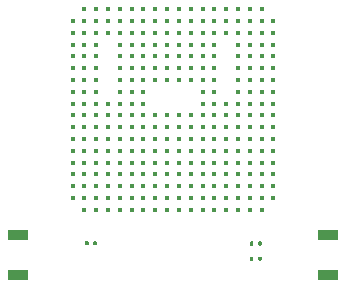
<source format=gbr>
G04 #@! TF.GenerationSoftware,KiCad,Pcbnew,5.1.7-a382d34a8~87~ubuntu18.04.1*
G04 #@! TF.CreationDate,2020-10-22T16:40:06+03:00*
G04 #@! TF.ProjectId,FreeSmart157AAC_29mm_module,46726565-536d-4617-9274-313537414143,rev?*
G04 #@! TF.SameCoordinates,Original*
G04 #@! TF.FileFunction,Paste,Top*
G04 #@! TF.FilePolarity,Positive*
%FSLAX46Y46*%
G04 Gerber Fmt 4.6, Leading zero omitted, Abs format (unit mm)*
G04 Created by KiCad (PCBNEW 5.1.7-a382d34a8~87~ubuntu18.04.1) date 2020-10-22 16:40:06*
%MOMM*%
%LPD*%
G01*
G04 APERTURE LIST*
%ADD10R,1.700000X0.900000*%
%ADD11C,0.400000*%
G04 APERTURE END LIST*
D10*
X13100000Y-10600000D03*
X13100000Y-14000000D03*
X-13100000Y-10600000D03*
X-13100000Y-14000000D03*
D11*
X-7500000Y-8500000D03*
X-6500000Y-8500000D03*
X-5500000Y-8500000D03*
X-4500000Y-8500000D03*
X-3500000Y-8500000D03*
X-2500000Y-8500000D03*
X-1500000Y-8500000D03*
X-500000Y-8500000D03*
X500000Y-8500000D03*
X1500000Y-8500000D03*
X2500000Y-8500000D03*
X3500000Y-8500000D03*
X4500000Y-8500000D03*
X5500000Y-8500000D03*
X6500000Y-8500000D03*
X7500000Y-8500000D03*
X-8500000Y-7500000D03*
X-7500000Y-7500000D03*
X-6500000Y-7500000D03*
X-5500000Y-7500000D03*
X-4500000Y-7500000D03*
X-3500000Y-7500000D03*
X-2500000Y-7500000D03*
X-1500000Y-7500000D03*
X-500000Y-7500000D03*
X500000Y-7500000D03*
X1500000Y-7500000D03*
X2500000Y-7500000D03*
X3500000Y-7500000D03*
X4500000Y-7500000D03*
X5500000Y-7500000D03*
X6500000Y-7500000D03*
X7500000Y-7500000D03*
X8500000Y-7500000D03*
X-8500000Y-6500000D03*
X-7500000Y-6500000D03*
X-6500000Y-6500000D03*
X-5500000Y-6500000D03*
X-4500000Y-6500000D03*
X-3500000Y-6500000D03*
X-2500000Y-6500000D03*
X-1500000Y-6500000D03*
X-500000Y-6500000D03*
X500000Y-6500000D03*
X1500000Y-6500000D03*
X2500000Y-6500000D03*
X3500000Y-6500000D03*
X4500000Y-6500000D03*
X5500000Y-6500000D03*
X6500000Y-6500000D03*
X7500000Y-6500000D03*
X8500000Y-6500000D03*
X-8500000Y-5500000D03*
X-7500000Y-5500000D03*
X-6500000Y-5500000D03*
X-5500000Y-5500000D03*
X-4500000Y-5500000D03*
X-3500000Y-5500000D03*
X-2500000Y-5500000D03*
X-1500000Y-5500000D03*
X-500000Y-5500000D03*
X500000Y-5500000D03*
X1500000Y-5500000D03*
X2500000Y-5500000D03*
X3500000Y-5500000D03*
X4500000Y-5500000D03*
X5500000Y-5500000D03*
X6500000Y-5500000D03*
X7500000Y-5500000D03*
X8500000Y-5500000D03*
X-8500000Y-4500000D03*
X-7500000Y-4500000D03*
X-6500000Y-4500000D03*
X-5500000Y-4500000D03*
X-4500000Y-4500000D03*
X-3500000Y-4500000D03*
X-2500000Y-4500000D03*
X-1500000Y-4500000D03*
X-500000Y-4500000D03*
X500000Y-4500000D03*
X1500000Y-4500000D03*
X2500000Y-4500000D03*
X3500000Y-4500000D03*
X4500000Y-4500000D03*
X5500000Y-4500000D03*
X6500000Y-4500000D03*
X7500000Y-4500000D03*
X8500000Y-4500000D03*
X-8500000Y-3500000D03*
X-7500000Y-3500000D03*
X-6500000Y-3500000D03*
X-5500000Y-3500000D03*
X-4500000Y-3500000D03*
X-3500000Y-3500000D03*
X-2500000Y-3500000D03*
X-1500000Y-3500000D03*
X-500000Y-3500000D03*
X500000Y-3500000D03*
X1500000Y-3500000D03*
X2500000Y-3500000D03*
X3500000Y-3500000D03*
X4500000Y-3500000D03*
X5500000Y-3500000D03*
X6500000Y-3500000D03*
X7500000Y-3500000D03*
X8500000Y-3500000D03*
X-8500000Y-2500000D03*
X-7500000Y-2500000D03*
X-6500000Y-2500000D03*
X-5500000Y-2500000D03*
X-4500000Y-2500000D03*
X-3500000Y-2500000D03*
X-2500000Y-2500000D03*
X-1500000Y-2500000D03*
X-500000Y-2500000D03*
X500000Y-2500000D03*
X1500000Y-2500000D03*
X2500000Y-2500000D03*
X3500000Y-2500000D03*
X4500000Y-2500000D03*
X5500000Y-2500000D03*
X6500000Y-2500000D03*
X7500000Y-2500000D03*
X8500000Y-2500000D03*
X-8500000Y-1500000D03*
X-7500000Y-1500000D03*
X-6500000Y-1500000D03*
X-5500000Y-1500000D03*
X-4500000Y-1500000D03*
X-3500000Y-1500000D03*
X-2500000Y-1500000D03*
X-1500000Y-1500000D03*
X-500000Y-1500000D03*
X500000Y-1500000D03*
X1500000Y-1500000D03*
X2500000Y-1500000D03*
X3500000Y-1500000D03*
X4500000Y-1500000D03*
X5500000Y-1500000D03*
X6500000Y-1500000D03*
X7500000Y-1500000D03*
X8500000Y-1500000D03*
X-8500000Y-500000D03*
X-7500000Y-500000D03*
X-6500000Y-500000D03*
X-5500000Y-500000D03*
X-4500000Y-500000D03*
X-3500000Y-500000D03*
X-2500000Y-500000D03*
X-1500000Y-500000D03*
X-500000Y-500000D03*
X500000Y-500000D03*
X1500000Y-500000D03*
X2500000Y-500000D03*
X3500000Y-500000D03*
X4500000Y-500000D03*
X5500000Y-500000D03*
X6500000Y-500000D03*
X7500000Y-500000D03*
X8500000Y-500000D03*
X-8500000Y500000D03*
X-7500000Y500000D03*
X-6500000Y500000D03*
X-5500000Y500000D03*
X-4500000Y500000D03*
X-3500000Y500000D03*
X-2500000Y500000D03*
X2500000Y500000D03*
X3500000Y500000D03*
X4500000Y500000D03*
X5500000Y500000D03*
X6500000Y500000D03*
X7500000Y500000D03*
X8500000Y500000D03*
X-8500000Y1500000D03*
X-7500000Y1500000D03*
X-6500000Y1500000D03*
X-4500000Y1500000D03*
X-3500000Y1500000D03*
X-2500000Y1500000D03*
X2500000Y1500000D03*
X3500000Y1500000D03*
X5500000Y1500000D03*
X6500000Y1500000D03*
X7500000Y1500000D03*
X8500000Y1500000D03*
X-8500000Y2500000D03*
X-7500000Y2500000D03*
X-6500000Y2500000D03*
X-4500000Y2500000D03*
X-3500000Y2500000D03*
X-2500000Y2500000D03*
X-1500000Y2500000D03*
X-500000Y2500000D03*
X500000Y2500000D03*
X1500000Y2500000D03*
X2500000Y2500000D03*
X3500000Y2500000D03*
X5500000Y2500000D03*
X6500000Y2500000D03*
X7500000Y2500000D03*
X8500000Y2500000D03*
X-8500000Y3500000D03*
X-7500000Y3500000D03*
X-6500000Y3500000D03*
X-4500000Y3500000D03*
X-3500000Y3500000D03*
X-2500000Y3500000D03*
X-1500000Y3500000D03*
X-500000Y3500000D03*
X500000Y3500000D03*
X1500000Y3500000D03*
X2500000Y3500000D03*
X3500000Y3500000D03*
X5500000Y3500000D03*
X6500000Y3500000D03*
X7500000Y3500000D03*
X8500000Y3500000D03*
X-8500000Y4500000D03*
X-7500000Y4500000D03*
X-6500000Y4500000D03*
X-4500000Y4500000D03*
X-3500000Y4500000D03*
X-2500000Y4500000D03*
X-1500000Y4500000D03*
X-500000Y4500000D03*
X500000Y4500000D03*
X1500000Y4500000D03*
X2500000Y4500000D03*
X3500000Y4500000D03*
X5500000Y4500000D03*
X6500000Y4500000D03*
X7500000Y4500000D03*
X8500000Y4500000D03*
X-8500000Y5500000D03*
X-7500000Y5500000D03*
X-6500000Y5500000D03*
X-4500000Y5500000D03*
X-3500000Y5500000D03*
X-2500000Y5500000D03*
X-1500000Y5500000D03*
X-500000Y5500000D03*
X500000Y5500000D03*
X1500000Y5500000D03*
X2500000Y5500000D03*
X3500000Y5500000D03*
X5500000Y5500000D03*
X6500000Y5500000D03*
X7500000Y5500000D03*
X8500000Y5500000D03*
X-8500000Y6500000D03*
X-7500000Y6500000D03*
X-6500000Y6500000D03*
X-5500000Y6500000D03*
X-4500000Y6500000D03*
X-3500000Y6500000D03*
X-2500000Y6500000D03*
X-1500000Y6500000D03*
X-500000Y6500000D03*
X500000Y6500000D03*
X1500000Y6500000D03*
X2500000Y6500000D03*
X3500000Y6500000D03*
X4500000Y6500000D03*
X5500000Y6500000D03*
X6500000Y6500000D03*
X7500000Y6500000D03*
X8500000Y6500000D03*
X-8500000Y7500000D03*
X-7500000Y7500000D03*
X-6500000Y7500000D03*
X-5500000Y7500000D03*
X-4500000Y7500000D03*
X-3500000Y7500000D03*
X-2500000Y7500000D03*
X-1500000Y7500000D03*
X-500000Y7500000D03*
X500000Y7500000D03*
X1500000Y7500000D03*
X2500000Y7500000D03*
X3500000Y7500000D03*
X4500000Y7500000D03*
X5500000Y7500000D03*
X6500000Y7500000D03*
X7500000Y7500000D03*
X8500000Y7500000D03*
X-7500000Y8500000D03*
X-6500000Y8500000D03*
X-5500000Y8500000D03*
X-4500000Y8500000D03*
X-3500000Y8500000D03*
X-2500000Y8500000D03*
X-1500000Y8500000D03*
X-500000Y8500000D03*
X500000Y8500000D03*
X1500000Y8500000D03*
X2500000Y8500000D03*
X3500000Y8500000D03*
X4500000Y8500000D03*
X5500000Y8500000D03*
X6500000Y8500000D03*
X7500000Y8500000D03*
G36*
G01*
X7504000Y-11249500D02*
X7504000Y-11450500D01*
G75*
G02*
X7424500Y-11530000I-79500J0D01*
G01*
X7265500Y-11530000D01*
G75*
G02*
X7186000Y-11450500I0J79500D01*
G01*
X7186000Y-11249500D01*
G75*
G02*
X7265500Y-11170000I79500J0D01*
G01*
X7424500Y-11170000D01*
G75*
G02*
X7504000Y-11249500I0J-79500D01*
G01*
G37*
G36*
G01*
X6814000Y-11249500D02*
X6814000Y-11450500D01*
G75*
G02*
X6734500Y-11530000I-79500J0D01*
G01*
X6575500Y-11530000D01*
G75*
G02*
X6496000Y-11450500I0J79500D01*
G01*
X6496000Y-11249500D01*
G75*
G02*
X6575500Y-11170000I79500J0D01*
G01*
X6734500Y-11170000D01*
G75*
G02*
X6814000Y-11249500I0J-79500D01*
G01*
G37*
G36*
G01*
X-6446000Y-11219500D02*
X-6446000Y-11420500D01*
G75*
G02*
X-6525500Y-11500000I-79500J0D01*
G01*
X-6684500Y-11500000D01*
G75*
G02*
X-6764000Y-11420500I0J79500D01*
G01*
X-6764000Y-11219500D01*
G75*
G02*
X-6684500Y-11140000I79500J0D01*
G01*
X-6525500Y-11140000D01*
G75*
G02*
X-6446000Y-11219500I0J-79500D01*
G01*
G37*
G36*
G01*
X-7136000Y-11219500D02*
X-7136000Y-11420500D01*
G75*
G02*
X-7215500Y-11500000I-79500J0D01*
G01*
X-7374500Y-11500000D01*
G75*
G02*
X-7454000Y-11420500I0J79500D01*
G01*
X-7454000Y-11219500D01*
G75*
G02*
X-7374500Y-11140000I79500J0D01*
G01*
X-7215500Y-11140000D01*
G75*
G02*
X-7136000Y-11219500I0J-79500D01*
G01*
G37*
G36*
G01*
X7504000Y-12529500D02*
X7504000Y-12730500D01*
G75*
G02*
X7424500Y-12810000I-79500J0D01*
G01*
X7265500Y-12810000D01*
G75*
G02*
X7186000Y-12730500I0J79500D01*
G01*
X7186000Y-12529500D01*
G75*
G02*
X7265500Y-12450000I79500J0D01*
G01*
X7424500Y-12450000D01*
G75*
G02*
X7504000Y-12529500I0J-79500D01*
G01*
G37*
G36*
G01*
X6814000Y-12529500D02*
X6814000Y-12730500D01*
G75*
G02*
X6734500Y-12810000I-79500J0D01*
G01*
X6575500Y-12810000D01*
G75*
G02*
X6496000Y-12730500I0J79500D01*
G01*
X6496000Y-12529500D01*
G75*
G02*
X6575500Y-12450000I79500J0D01*
G01*
X6734500Y-12450000D01*
G75*
G02*
X6814000Y-12529500I0J-79500D01*
G01*
G37*
M02*

</source>
